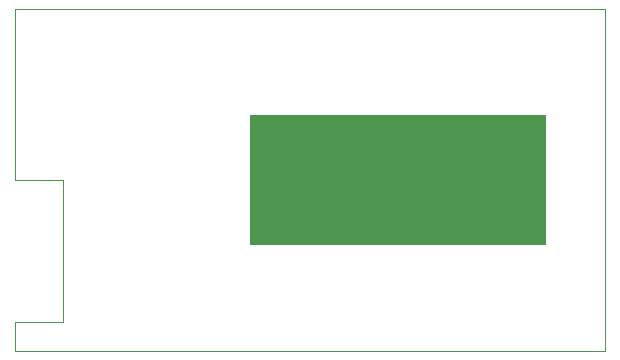
<source format=gbr>
G04*
G04 #@! TF.GenerationSoftware,Altium Limited,Altium Designer,23.6.0 (18)*
G04*
G04 Layer_Color=0*
%FSLAX25Y25*%
%MOIN*%
G70*
G04*
G04 #@! TF.SameCoordinates,6FA12667-0DF0-4BCD-80CE-5BD958C659C7*
G04*
G04*
G04 #@! TF.FilePolarity,Positive*
G04*
G01*
G75*
%ADD25C,0.00100*%
G36*
X78347Y35433D02*
Y78740D01*
X177165D01*
Y35433D01*
X78347D01*
D02*
G37*
G36*
X90551D02*
Y78740D01*
X177165D01*
Y35433D01*
X90551D01*
D02*
G37*
D25*
X0Y0D02*
Y9843D01*
X16142D01*
X16142Y57087D01*
X0D01*
Y114173D01*
X196850D01*
Y0D01*
X0D01*
M02*

</source>
